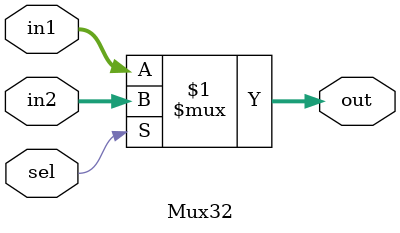
<source format=v>
`timescale 1ns / 1ps


module Mux32(
    input sel,
    input [31:0] in1,
    input [31:0] in2,
    output [31:0] out
    );
    // if sel=1->in2, if sel=0->in1
    assign out=sel?in2:in1;

endmodule

</source>
